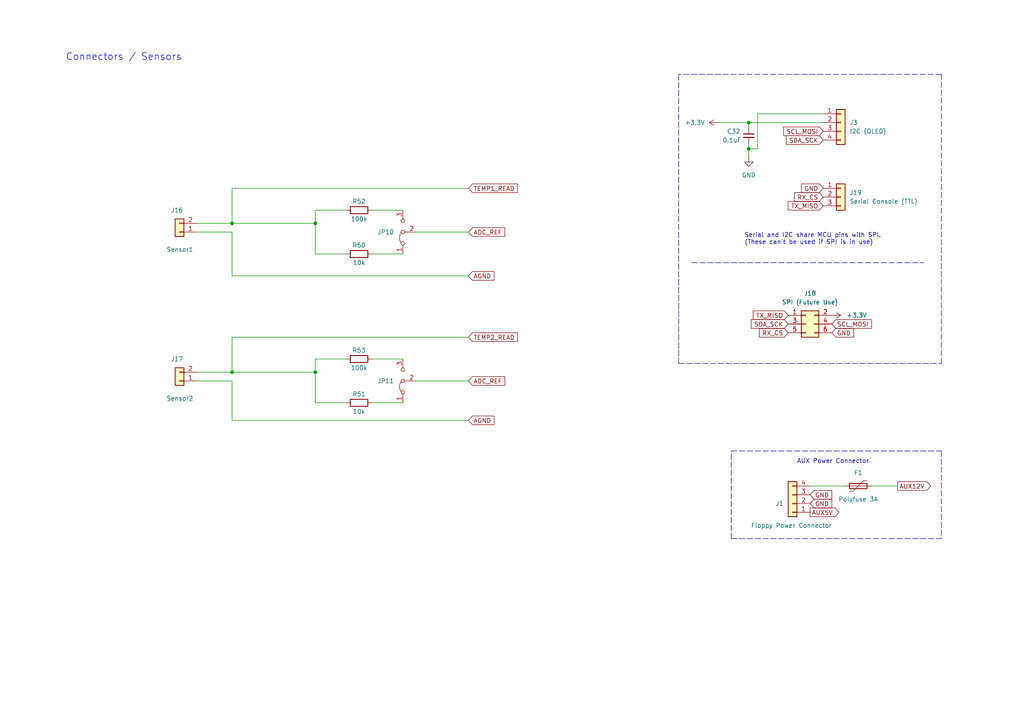
<source format=kicad_sch>
(kicad_sch (version 20211123) (generator eeschema)
  (paper "A4")
  (title_block (title "FanPico-0804D v1.1") (date "2022-10-06") (company "Timo Kokkonen <tjko@iki.fi>") (comment 3 "Fanpico firmware reference PCB."))
  (lib_symbols
    (symbol "Connector_Generic:Conn_01x02" (pin_names (offset 1.016) hide)
      (property "Reference" "J" (at 0 2.54 0))
      (property "Value" "Conn_01x02" (at 0 -5.08 0))
      (symbol "Conn_01x02_1_1"
        (rectangle (start -1.27 -2.413) (end 0 -2.667) (stroke (width 0.1524)))
        (rectangle (start -1.27 0.127) (end 0 -0.127) (stroke (width 0.1524)))
        (rectangle (start -1.27 1.27) (end 1.27 -3.81) (stroke (width 0.254)) (fill (type background)))
        (pin passive line (at -5.08 0 0) (length 3.81) (name "Pin_1") (number "1"))
        (pin passive line (at -5.08 -2.54 0) (length 3.81) (name "Pin_2") (number "2"))
      )
    )
    (symbol "Connector_Generic:Conn_01x03" (pin_names (offset 1.016) hide)
      (property "Reference" "J" (at 0 5.08 0))
      (property "Value" "Conn_01x03" (at 0 -5.08 0))
      (symbol "Conn_01x03_1_1"
        (rectangle (start -1.27 -2.413) (end 0 -2.667) (stroke (width 0.1524)))
        (rectangle (start -1.27 0.127) (end 0 -0.127) (stroke (width 0.1524)))
        (rectangle (start -1.27 2.667) (end 0 2.413) (stroke (width 0.1524)))
        (rectangle (start -1.27 3.81) (end 1.27 -3.81) (stroke (width 0.254)) (fill (type background)))
        (pin passive line (at -5.08 2.54 0) (length 3.81) (name "Pin_1") (number "1"))
        (pin passive line (at -5.08 0 0) (length 3.81) (name "Pin_2") (number "2"))
        (pin passive line (at -5.08 -2.54 0) (length 3.81) (name "Pin_3") (number "3"))
      )
    )
    (symbol "Connector_Generic:Conn_01x04" (pin_names (offset 1.016) hide)
      (property "Reference" "J" (at 0 5.08 0))
      (property "Value" "Conn_01x04" (at 0 -7.62 0))
      (symbol "Conn_01x04_1_1"
        (rectangle (start -1.27 -4.953) (end 0 -5.207) (stroke (width 0.1524)))
        (rectangle (start -1.27 -2.413) (end 0 -2.667) (stroke (width 0.1524)))
        (rectangle (start -1.27 0.127) (end 0 -0.127) (stroke (width 0.1524)))
        (rectangle (start -1.27 2.667) (end 0 2.413) (stroke (width 0.1524)))
        (rectangle (start -1.27 3.81) (end 1.27 -6.35) (stroke (width 0.254)) (fill (type background)))
        (pin passive line (at -5.08 2.54 0) (length 3.81) (name "Pin_1") (number "1"))
        (pin passive line (at -5.08 0 0) (length 3.81) (name "Pin_2") (number "2"))
        (pin passive line (at -5.08 -2.54 0) (length 3.81) (name "Pin_3") (number "3"))
        (pin passive line (at -5.08 -5.08 0) (length 3.81) (name "Pin_4") (number "4"))
      )
    )
    (symbol "Connector_Generic:Conn_02x03_Odd_Even" (pin_names (offset 1.016) hide)
      (property "Reference" "J" (at 1.27 5.08 0))
      (property "Value" "Conn_02x03_Odd_Even" (at 1.27 -5.08 0))
      (symbol "Conn_02x03_Odd_Even_1_1"
        (rectangle (start -1.27 -2.413) (end 0 -2.667) (stroke (width 0.1524)))
        (rectangle (start -1.27 0.127) (end 0 -0.127) (stroke (width 0.1524)))
        (rectangle (start -1.27 2.667) (end 0 2.413) (stroke (width 0.1524)))
        (rectangle (start -1.27 3.81) (end 3.81 -3.81) (stroke (width 0.254)) (fill (type background)))
        (rectangle (start 3.81 -2.413) (end 2.54 -2.667) (stroke (width 0.1524)))
        (rectangle (start 3.81 0.127) (end 2.54 -0.127) (stroke (width 0.1524)))
        (rectangle (start 3.81 2.667) (end 2.54 2.413) (stroke (width 0.1524)))
        (pin passive line (at -5.08 2.54 0) (length 3.81) (name "Pin_1") (number "1"))
        (pin passive line (at 7.62 2.54 180) (length 3.81) (name "Pin_2") (number "2"))
        (pin passive line (at -5.08 0 0) (length 3.81) (name "Pin_3") (number "3"))
        (pin passive line (at 7.62 0 180) (length 3.81) (name "Pin_4") (number "4"))
        (pin passive line (at -5.08 -2.54 0) (length 3.81) (name "Pin_5") (number "5"))
        (pin passive line (at 7.62 -2.54 180) (length 3.81) (name "Pin_6") (number "6"))
      )
    )
    (symbol "Device:C_Small" (pin_numbers hide) (pin_names (offset 0.254) hide)
      (property "Reference" "C" (at 0.254 1.778 0))
      (property "Value" "C_Small" (at 0.254 -2.032 0))
      (symbol "C_Small_0_1"
        (polyline (pts (xy -1.524 -0.508) (xy 1.524 -0.508)) (stroke (width 0.3302)))
        (polyline (pts (xy -1.524 0.508) (xy 1.524 0.508)) (stroke (width 0.3048)))
      )
      (symbol "C_Small_1_1"
        (pin passive line (at 0 2.54 270) (length 2.032) (name "~") (number "1"))
        (pin passive line (at 0 -2.54 90) (length 2.032) (name "~") (number "2"))
      )
    )
    (symbol "Device:Polyfuse" (pin_numbers hide) (pin_names (offset 0))
      (property "Reference" "F" (at -2.54 0 90))
      (property "Value" "Polyfuse" (at 2.54 0 90))
      (symbol "Polyfuse_0_1"
        (rectangle (start -0.762 2.54) (end 0.762 -2.54) (stroke (width 0.254)))
        (polyline (pts (xy 0 2.54) (xy 0 -2.54)))
        (polyline (pts (xy -1.524 2.54) (xy -1.524 1.524) (xy 1.524 -1.524) (xy 1.524 -2.54)))
      )
      (symbol "Polyfuse_1_1"
        (pin passive line (at 0 3.81 270) (length 1.27) (name "~") (number "1"))
        (pin passive line (at 0 -3.81 90) (length 1.27) (name "~") (number "2"))
      )
    )
    (symbol "Device:R" (pin_numbers hide) (pin_names (offset 0))
      (property "Reference" "R" (at 2.032 0 90))
      (property "Value" "R" (at 0 0 90))
      (symbol "R_0_1"
        (rectangle (start -1.016 -2.54) (end 1.016 2.54) (stroke (width 0.254)))
      )
      (symbol "R_1_1"
        (pin passive line (at 0 3.81 270) (length 1.27) (name "~") (number "1"))
        (pin passive line (at 0 -3.81 90) (length 1.27) (name "~") (number "2"))
      )
    )
    (symbol "Jumper:Jumper_3_Bridged12" (pin_names (offset 0) hide)
      (property "Reference" "JP" (at -2.54 -2.54 0))
      (property "Value" "Jumper_3_Bridged12" (at 0 2.794 0))
      (symbol "Jumper_3_Bridged12_0_0"
        (circle (center -3.302 0) (radius 0.508))
        (circle (center 0 0) (radius 0.508))
        (circle (center 3.302 0) (radius 0.508))
      )
      (symbol "Jumper_3_Bridged12_0_1"
        (arc (start -0.254 0.508) (mid -1.651 0.9912) (end -3.048 0.508))
        (polyline (pts (xy 0 -1.27) (xy 0 -0.508)))
      )
      (symbol "Jumper_3_Bridged12_1_1"
        (pin passive line (at -6.35 0 0) (length 2.54) (name "A") (number "1"))
        (pin passive line (at 0 -3.81 90) (length 2.54) (name "C") (number "2"))
        (pin passive line (at 6.35 0 180) (length 2.54) (name "B") (number "3"))
      )
    )
    (symbol "power:+3.3V" (power) (pin_names (offset 0))
      (property "Value" "+3.3V" (at 0 3.556 0))
      (symbol "+3.3V_0_1"
        (polyline (pts (xy -0.762 1.27) (xy 0 2.54)))
        (polyline (pts (xy 0 0) (xy 0 2.54)))
        (polyline (pts (xy 0 2.54) (xy 0.762 1.27)))
      )
      (symbol "+3.3V_1_1"
        (pin power_in line (at 0 0 90) (length 0) hide (name "+3.3V") (number "1"))
      )
    )
    (symbol "power:GND" (power) (pin_names (offset 0))
      (property "Value" "GND" (at 0 -3.81 0))
      (symbol "GND_0_1"
        (polyline (pts (xy 0 0) (xy 0 -1.27) (xy 1.27 -1.27) (xy 0 -2.54) (xy -1.27 -1.27) (xy 0 -1.27)))
      )
      (symbol "GND_1_1"
        (pin power_in line (at 0 0 270) (length 0) hide (name "GND") (number "1"))
      )
    )
  )
  (junction (at 217.17 43.18))
  (junction (at 67.31 64.77))
  (junction (at 91.44 64.77))
  (junction (at 217.17 35.56))
  (junction (at 91.44 107.95))
  (junction (at 67.31 107.95))
  (wire (pts (xy 67.31 54.61) (xy 135.89 54.61)))
  (wire (pts (xy 135.89 80.01) (xy 67.31 80.01)))
  (wire (pts (xy 57.15 107.95) (xy 67.31 107.95)))
  (wire (pts (xy 120.65 110.49) (xy 135.89 110.49)))
  (wire (pts (xy 217.17 43.18) (xy 217.17 41.91)))
  (wire (pts (xy 107.95 116.84) (xy 116.84 116.84)))
  (wire (pts (xy 67.31 54.61) (xy 67.31 64.77)))
  (wire (pts (xy 91.44 60.96) (xy 91.44 64.77)))
  (polyline (pts (xy 196.85 105.41) (xy 273.05 105.41)))
  (wire (pts (xy 67.31 64.77) (xy 91.44 64.77)))
  (polyline (pts (xy 212.09 130.81) (xy 273.05 130.81)))
  (wire (pts (xy 100.33 60.96) (xy 91.44 60.96)))
  (wire (pts (xy 91.44 73.66) (xy 100.33 73.66)))
  (wire (pts (xy 57.15 64.77) (xy 67.31 64.77)))
  (wire (pts (xy 67.31 121.92) (xy 67.31 110.49)))
  (wire (pts (xy 217.17 36.83) (xy 217.17 35.56)))
  (wire (pts (xy 67.31 107.95) (xy 91.44 107.95)))
  (wire (pts (xy 217.17 35.56) (xy 238.76 35.56)))
  (wire (pts (xy 208.28 35.56) (xy 217.17 35.56)))
  (wire (pts (xy 67.31 97.79) (xy 135.89 97.79)))
  (wire (pts (xy 67.31 80.01) (xy 67.31 67.31)))
  (wire (pts (xy 252.73 140.97) (xy 260.35 140.97)))
  (wire (pts (xy 107.95 60.96) (xy 116.84 60.96)))
  (polyline (pts (xy 273.05 21.59) (xy 196.85 21.59)))
  (wire (pts (xy 91.44 116.84) (xy 91.44 107.95)))
  (wire (pts (xy 238.76 33.02) (xy 219.71 33.02)))
  (wire (pts (xy 67.31 97.79) (xy 67.31 107.95)))
  (wire (pts (xy 234.95 140.97) (xy 245.11 140.97)))
  (wire (pts (xy 107.95 73.66) (xy 116.84 73.66)))
  (wire (pts (xy 217.17 43.18) (xy 219.71 43.18)))
  (wire (pts (xy 67.31 67.31) (xy 57.15 67.31)))
  (wire (pts (xy 57.15 110.49) (xy 67.31 110.49)))
  (wire (pts (xy 219.71 33.02) (xy 219.71 43.18)))
  (polyline (pts (xy 212.09 156.21) (xy 273.05 156.21)))
  (polyline (pts (xy 273.05 105.41) (xy 273.05 21.59)))
  (wire (pts (xy 107.95 104.14) (xy 116.84 104.14)))
  (wire (pts (xy 120.65 67.31) (xy 135.89 67.31)))
  (wire (pts (xy 91.44 64.77) (xy 91.44 73.66)))
  (polyline (pts (xy 212.09 156.21) (xy 212.09 130.81)))
  (wire (pts (xy 91.44 107.95) (xy 91.44 104.14)))
  (polyline (pts (xy 196.85 21.59) (xy 196.85 105.41)))
  (wire (pts (xy 91.44 104.14) (xy 100.33 104.14)))
  (wire (pts (xy 100.33 116.84) (xy 91.44 116.84)))
  (polyline (pts (xy 200.66 76.2) (xy 267.97 76.2)))
  (wire (pts (xy 135.89 121.92) (xy 67.31 121.92)))
  (wire (pts (xy 217.17 43.18) (xy 217.17 45.72)))
  (polyline (pts (xy 273.05 130.81) (xy 273.05 156.21)))
  (text "Connectors / Sensors" (at 19.05 17.78 0) (effects (font (size 2 2)) (justify left bottom)))
  (text "AUX Power Connector" (at 231.14 134.62 0) (effects (font (size 1.27 1.27)) (justify left bottom)))
  (text "Serial and I2C share MCU pins with SPI.\n(These can't be used if SPI is in use)" (at 215.9 71.12 0) (effects (font (size 1.27 1.27)) (justify left bottom)))
  (global_label "TX_MISO" (shape input) (at 238.76 59.69 180) (property "Intersheet References" "${INTERSHEET_REFS}" (effects hide)))
  (global_label "GND" (shape input) (at 238.76 54.61 180) (property "Intersheet References" "${INTERSHEET_REFS}" (effects hide)))
  (global_label "GND" (shape input) (at 241.3 96.52 0) (property "Intersheet References" "${INTERSHEET_REFS}" (effects hide)))
  (global_label "SCL_MOSI" (shape input) (at 238.76 38.1 180) (property "Intersheet References" "${INTERSHEET_REFS}" (effects hide)))
  (global_label "SDA_SCK" (shape input) (at 238.76 40.64 180) (property "Intersheet References" "${INTERSHEET_REFS}" (effects hide)))
  (global_label "RX_CS" (shape input) (at 238.76 57.15 180) (property "Intersheet References" "${INTERSHEET_REFS}" (effects hide)))
  (global_label "GND" (shape input) (at 234.95 146.05 0) (property "Intersheet References" "${INTERSHEET_REFS}" (effects hide)))
  (global_label "AGND" (shape input) (at 135.89 121.92 0) (property "Intersheet References" "${INTERSHEET_REFS}" (effects hide)))
  (global_label "SCL_MOSI" (shape input) (at 241.3 93.98 0) (property "Intersheet References" "${INTERSHEET_REFS}" (effects hide)))
  (global_label "RX_CS" (shape input) (at 228.6 96.52 180) (property "Intersheet References" "${INTERSHEET_REFS}" (effects hide)))
  (global_label "ADC_REF" (shape input) (at 135.89 67.31 0) (property "Intersheet References" "${INTERSHEET_REFS}" (effects hide)))
  (global_label "TX_MISO" (shape input) (at 228.6 91.44 180) (property "Intersheet References" "${INTERSHEET_REFS}" (effects hide)))
  (global_label "AUX5V" (shape output) (at 234.95 148.59 0) (property "Intersheet References" "${INTERSHEET_REFS}" (effects hide)))
  (global_label "GND" (shape input) (at 234.95 143.51 0) (property "Intersheet References" "${INTERSHEET_REFS}" (effects hide)))
  (global_label "ADC_REF" (shape input) (at 135.89 110.49 0) (property "Intersheet References" "${INTERSHEET_REFS}" (effects hide)))
  (global_label "TEMP1_READ" (shape input) (at 135.89 54.61 0) (property "Intersheet References" "${INTERSHEET_REFS}" (effects hide)))
  (global_label "AUX12V" (shape output) (at 260.35 140.97 0) (property "Intersheet References" "${INTERSHEET_REFS}" (effects hide)))
  (global_label "SDA_SCK" (shape input) (at 228.6 93.98 180) (property "Intersheet References" "${INTERSHEET_REFS}" (effects hide)))
  (global_label "TEMP2_READ" (shape input) (at 135.89 97.79 0) (property "Intersheet References" "${INTERSHEET_REFS}" (effects hide)))
  (global_label "AGND" (shape input) (at 135.89 80.01 0) (property "Intersheet References" "${INTERSHEET_REFS}" (effects hide)))
  (symbol (lib_id "Device:C_Small") (at 217.17 39.37 0) (unit 1)
    (property "Reference" "C32" (at 210.82 38.1 0) (effects (justify left)))
    (property "Value" "0.1uF" (at 209.55 40.64 0) (effects (justify left)))
    (property "Footprint" "Capacitor_SMD:C_0603_1608Metric_Pad1.08x0.95mm_HandSolder" (effects hide))
  )
  (symbol (lib_id "Connector_Generic:Conn_01x02") (at 52.07 110.49 180) (unit 1)
    (property "Reference" "J17" (at 49.53 104.14 0) (effects (justify right)))
    (property "Value" "Sensor2" (at 48.26 115.57 0) (effects (justify right)))
    (property "Footprint" "Connector_JST:JST_XH_B2B-XH-A_1x02_P2.50mm_Vertical" (effects hide))
  )
  (symbol (lib_id "Connector_Generic:Conn_01x04") (at 229.87 146.05 180) (unit 1)
    (property "Reference" "J1" (at 227.33 146.0501 0) (effects (justify left)))
    (property "Value" "Floppy Power Connector" (at 241.3 152.4 0) (effects (justify left)))
    (property "Footprint" "Connector_TE-Connectivity:TE 171826-4 Floppy 4-pin" (effects hide))
  )
  (symbol (lib_id "Jumper:Jumper_3_Bridged12") (at 116.84 110.49 90) (unit 1)
    (property "Reference" "JP11" (at 114.3 110.4899 90) (effects (justify left)))
    (property "Value" "NTC Value" (effects hide))
    (property "Footprint" "Connector_PinHeader_2.54mm:PinHeader_1x03_P2.54mm_Vertical" (effects hide))
  )
  (symbol (lib_id "Device:Polyfuse") (at 248.92 140.97 90) (unit 1)
    (property "Reference" "F1" (at 248.92 137.16 90))
    (property "Value" "Polyfuse 3A" (at 248.92 144.78 90))
    (property "Footprint" "Fuse:Fuse_2920_7451Metric_Pad2.10x5.45mm_HandSolder" (effects hide))
  )
  (symbol (lib_id "Connector_Generic:Conn_01x04") (at 243.84 35.56 0) (unit 1)
    (property "Reference" "J3" (at 246.38 35.5599 0) (effects (justify left)))
    (property "Value" "I2C (OLED)" (at 246.38 38.0999 0) (effects (justify left)))
    (property "Footprint" "Connector_PinSocket_2.54mm:PinSocket_1x04_P2.54mm_Vertical" (effects hide))
  )
  (symbol (lib_id "power:GND") (at 217.17 45.72 0) (unit 1)
    (property "Reference" "#PWR087" (effects hide))
    (property "Value" "GND" (at 217.17 50.8 0))
  )
  (symbol (lib_id "power:+3.3V") (at 208.28 35.56 90) (unit 1)
    (property "Reference" "#PWR085" (effects hide))
    (property "Value" "+3.3V" (at 204.47 35.5599 90) (effects (justify left)))
  )
  (symbol (lib_id "Jumper:Jumper_3_Bridged12") (at 116.84 67.31 90) (unit 1)
    (property "Reference" "JP10" (at 114.3 67.3099 90) (effects (justify left)))
    (property "Value" "NTC Value" (effects hide))
    (property "Footprint" "Connector_PinHeader_2.54mm:PinHeader_1x03_P2.54mm_Vertical" (effects hide))
  )
  (symbol (lib_id "Device:R") (at 104.14 116.84 90) (unit 1)
    (property "Reference" "R51" (at 104.14 114.3 90))
    (property "Value" "10k" (at 104.14 119.38 90))
    (property "Footprint" "Resistor_SMD:R_0603_1608Metric_Pad0.98x0.95mm_HandSolder" (effects hide))
  )
  (symbol (lib_id "Connector_Generic:Conn_02x03_Odd_Even") (at 233.68 93.98 0) (unit 1)
    (property "Reference" "J18" (at 234.95 85.09 0))
    (property "Value" "SPI (Future Use)" (at 234.95 87.63 0))
    (property "Footprint" "Connector_PinHeader_2.54mm:PinHeader_2x03_P2.54mm_Vertical" (effects hide))
  )
  (symbol (lib_id "Device:R") (at 104.14 73.66 90) (unit 1)
    (property "Reference" "R50" (at 104.14 71.12 90))
    (property "Value" "10k" (at 104.14 76.2 90))
    (property "Footprint" "Resistor_SMD:R_0603_1608Metric_Pad0.98x0.95mm_HandSolder" (effects hide))
  )
  (symbol (lib_id "Connector_Generic:Conn_01x02") (at 52.07 67.31 180) (unit 1)
    (property "Reference" "J16" (at 49.53 60.96 0) (effects (justify right)))
    (property "Value" "Sensor1" (at 48.26 72.39 0) (effects (justify right)))
    (property "Footprint" "Connector_JST:JST_XH_B2B-XH-A_1x02_P2.50mm_Vertical" (effects hide))
  )
  (symbol (lib_id "power:+3.3V") (at 241.3 91.44 270) (unit 1)
    (property "Reference" "#PWR086" (effects hide))
    (property "Value" "+3.3V" (at 251.46 91.44 90) (effects (justify right)))
  )
  (symbol (lib_id "Connector_Generic:Conn_01x03") (at 243.84 57.15 0) (unit 1)
    (property "Reference" "J19" (at 246.38 55.8799 0) (effects (justify left)))
    (property "Value" "Serial Console (TTL)" (at 246.38 58.4199 0) (effects (justify left)))
    (property "Footprint" "Connector_PinHeader_2.54mm:PinHeader_1x03_P2.54mm_Vertical" (effects hide))
  )
  (symbol (lib_id "Device:R") (at 104.14 104.14 90) (unit 1)
    (property "Reference" "R53" (at 104.14 101.6 90))
    (property "Value" "100k" (at 104.14 106.68 90))
    (property "Footprint" "Resistor_SMD:R_0603_1608Metric_Pad0.98x0.95mm_HandSolder" (effects hide))
  )
  (symbol (lib_id "Device:R") (at 104.14 60.96 90) (unit 1)
    (property "Reference" "R52" (at 104.14 58.42 90))
    (property "Value" "100k" (at 104.14 63.5 90))
    (property "Footprint" "Resistor_SMD:R_0603_1608Metric_Pad0.98x0.95mm_HandSolder" (effects hide))
  )
)
</source>
